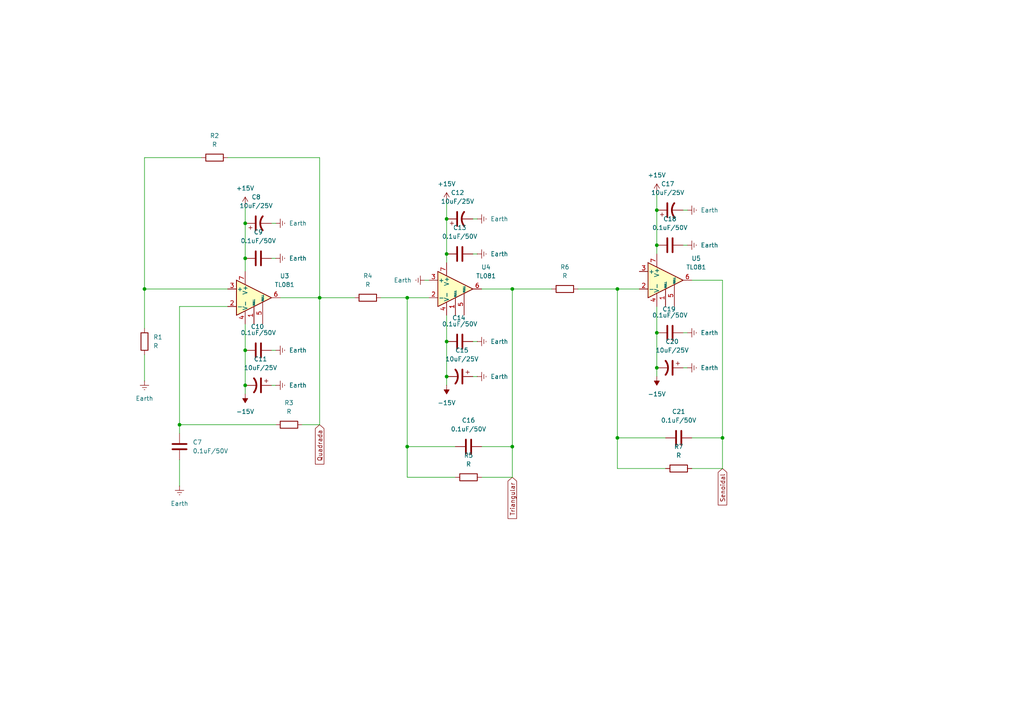
<source format=kicad_sch>
(kicad_sch (version 20231120) (generator "eeschema") (generator_version "8.0")
  (paper "A4")
  (lib_symbols
    (symbol "Amplifier_Operational:TL081" (pin_names (offset 0.127))
      (property "Reference" "U" (at 0 6.35 0))
      (property "Value" "TL081" (at 0 3.81 0))
      (symbol "TL081_0_1"
        (polyline (pts (xy -5.08 5.08) (xy 5.08 0) (xy -5.08 -5.08) (xy -5.08 5.08)) (stroke (width 0.254)) (fill (type background)))
      )
      (symbol "TL081_1_1"
        (pin input line (at 0 -7.62 90) (length 5.08) (name "NULL") (number "1"))
        (pin input line (at -7.62 -2.54 0) (length 2.54) (name "-") (number "2"))
        (pin input line (at -7.62 2.54 0) (length 2.54) (name "+") (number "3"))
        (pin power_in line (at -2.54 -7.62 90) (length 3.81) (name "V-") (number "4"))
        (pin input line (at 2.54 -7.62 90) (length 6.35) (name "NULL") (number "5"))
        (pin output line (at 7.62 0 180) (length 2.54) (name "~") (number "6"))
        (pin power_in line (at -2.54 7.62 270) (length 3.81) (name "V+") (number "7"))
        (pin no_connect line (at 0 2.54 270) (length 2.54) hide (name "NC") (number "8"))
      )
    )
    (symbol "Device:C" (pin_numbers hide) (pin_names (offset 0.254))
      (property "Reference" "C" (at 0.635 2.54 0))
      (property "Value" "C" (at 0.635 -2.54 0))
      (symbol "C_0_1"
        (polyline (pts (xy -2.032 -0.762) (xy 2.032 -0.762)) (stroke (width 0.508)))
        (polyline (pts (xy -2.032 0.762) (xy 2.032 0.762)) (stroke (width 0.508)))
      )
      (symbol "C_1_1"
        (pin passive line (at 0 3.81 270) (length 2.794) (name "~") (number "1"))
        (pin passive line (at 0 -3.81 90) (length 2.794) (name "~") (number "2"))
      )
    )
    (symbol "Device:C_Polarized_US" (pin_numbers hide) (pin_names (offset 0.254) hide)
      (property "Reference" "C" (at 0.635 2.54 0))
      (property "Value" "C_Polarized_US" (at 0.635 -2.54 0))
      (symbol "C_Polarized_US_0_1"
        (polyline (pts (xy -2.032 0.762) (xy 2.032 0.762)) (stroke (width 0.508)))
        (polyline (pts (xy -1.778 2.286) (xy -0.762 2.286)))
        (polyline (pts (xy -1.27 1.778) (xy -1.27 2.794)))
        (arc (start 2.032 -1.27) (mid 0 -0.5572) (end -2.032 -1.27) (stroke (width 0.508)))
      )
      (symbol "C_Polarized_US_1_1"
        (pin passive line (at 0 3.81 270) (length 2.794) (name "~") (number "1"))
        (pin passive line (at 0 -3.81 90) (length 3.302) (name "~") (number "2"))
      )
    )
    (symbol "Device:R" (pin_numbers hide) (pin_names (offset 0))
      (property "Reference" "R" (at 2.032 0 90))
      (property "Value" "R" (at 0 0 90))
      (symbol "R_0_1"
        (rectangle (start -1.016 -2.54) (end 1.016 2.54) (stroke (width 0.254)))
      )
      (symbol "R_1_1"
        (pin passive line (at 0 3.81 270) (length 1.27) (name "~") (number "1"))
        (pin passive line (at 0 -3.81 90) (length 1.27) (name "~") (number "2"))
      )
    )
    (symbol "power:+15V" (power) (pin_numbers hide) (pin_names (offset 0) hide)
      (property "Value" "+15V" (at 0 3.556 0))
      (symbol "+15V_0_1"
        (polyline (pts (xy -0.762 1.27) (xy 0 2.54)))
        (polyline (pts (xy 0 0) (xy 0 2.54)))
        (polyline (pts (xy 0 2.54) (xy 0.762 1.27)))
      )
      (symbol "+15V_1_1"
        (pin power_in line (at 0 0 90) (length 0) (name "~") (number "1"))
      )
    )
    (symbol "power:-15V" (power) (pin_numbers hide) (pin_names (offset 0) hide)
      (property "Value" "-15V" (at 0 3.556 0))
      (symbol "-15V_0_0"
        (pin power_in line (at 0 0 90) (length 0) (name "~") (number "1"))
      )
      (symbol "-15V_0_1"
        (polyline (pts (xy 0 0) (xy 0 1.27) (xy 0.762 1.27) (xy 0 2.54) (xy -0.762 1.27) (xy 0 1.27)) (fill (type outline)))
      )
    )
    (symbol "power:Earth" (power) (pin_numbers hide) (pin_names (offset 0) hide)
      (property "Value" "Earth" (at 0 -3.81 0))
      (symbol "Earth_0_1"
        (polyline (pts (xy -0.635 -1.905) (xy 0.635 -1.905)))
        (polyline (pts (xy -0.127 -2.54) (xy 0.127 -2.54)))
        (polyline (pts (xy 0 -1.27) (xy 0 0)))
        (polyline (pts (xy 1.27 -1.27) (xy -1.27 -1.27)))
      )
      (symbol "Earth_1_1"
        (pin power_in line (at 0 0 270) (length 0) (name "~") (number "1"))
      )
    )
  )
  (junction (at 148.59 129.54))
  (junction (at 71.12 111.76))
  (junction (at 71.12 74.93))
  (junction (at 179.07 127))
  (junction (at 71.12 101.6))
  (junction (at 190.5 71.12))
  (junction (at 179.07 83.82))
  (junction (at 190.5 106.68))
  (junction (at 148.59 83.82))
  (junction (at 129.54 73.66))
  (junction (at 41.91 83.82))
  (junction (at 118.11 129.54))
  (junction (at 118.11 86.36))
  (junction (at 129.54 99.06))
  (junction (at 52.07 123.19))
  (junction (at 129.54 63.5))
  (junction (at 209.55 127))
  (junction (at 92.71 86.36))
  (junction (at 129.54 109.22))
  (junction (at 190.5 60.96))
  (junction (at 71.12 64.77))
  (junction (at 190.5 96.52))
  (wire (pts (xy 52.07 88.9) (xy 66.04 88.9)))
  (wire (pts (xy 132.08 129.54) (xy 118.11 129.54)))
  (wire (pts (xy 209.55 135.89) (xy 209.55 127)))
  (wire (pts (xy 71.12 74.93) (xy 71.12 78.74)))
  (wire (pts (xy 110.49 86.36) (xy 118.11 86.36)))
  (wire (pts (xy 148.59 83.82) (xy 160.02 83.82)))
  (wire (pts (xy 193.04 127) (xy 179.07 127)))
  (wire (pts (xy 71.12 64.77) (xy 71.12 74.93)))
  (wire (pts (xy 71.12 59.69) (xy 71.12 64.77)))
  (wire (pts (xy 87.63 123.19) (xy 92.71 123.19)))
  (wire (pts (xy 179.07 127) (xy 179.07 83.82)))
  (wire (pts (xy 52.07 123.19) (xy 80.01 123.19)))
  (wire (pts (xy 209.55 127) (xy 209.55 81.28)))
  (wire (pts (xy 92.71 123.19) (xy 92.71 86.36)))
  (wire (pts (xy 58.42 45.72) (xy 41.91 45.72)))
  (wire (pts (xy 179.07 83.82) (xy 185.42 83.82)))
  (wire (pts (xy 78.74 101.6) (xy 80.01 101.6)))
  (wire (pts (xy 41.91 83.82) (xy 66.04 83.82)))
  (wire (pts (xy 129.54 63.5) (xy 129.54 73.66)))
  (wire (pts (xy 78.74 64.77) (xy 80.01 64.77)))
  (wire (pts (xy 137.16 73.66) (xy 138.43 73.66)))
  (wire (pts (xy 179.07 127) (xy 179.07 135.89)))
  (wire (pts (xy 190.5 55.88) (xy 190.5 60.96)))
  (wire (pts (xy 81.28 86.36) (xy 92.71 86.36)))
  (wire (pts (xy 123.19 81.28) (xy 124.46 81.28)))
  (wire (pts (xy 137.16 99.06) (xy 138.43 99.06)))
  (wire (pts (xy 190.5 88.9) (xy 190.5 96.52)))
  (wire (pts (xy 41.91 95.25) (xy 41.91 83.82)))
  (wire (pts (xy 92.71 86.36) (xy 102.87 86.36)))
  (wire (pts (xy 139.7 129.54) (xy 148.59 129.54)))
  (wire (pts (xy 139.7 83.82) (xy 148.59 83.82)))
  (wire (pts (xy 139.7 138.43) (xy 148.59 138.43)))
  (wire (pts (xy 52.07 88.9) (xy 52.07 123.19)))
  (wire (pts (xy 71.12 111.76) (xy 71.12 114.3)))
  (wire (pts (xy 129.54 58.42) (xy 129.54 63.5)))
  (wire (pts (xy 52.07 133.35) (xy 52.07 140.97)))
  (wire (pts (xy 118.11 129.54) (xy 118.11 86.36)))
  (wire (pts (xy 129.54 109.22) (xy 129.54 111.76)))
  (wire (pts (xy 92.71 45.72) (xy 92.71 86.36)))
  (wire (pts (xy 118.11 129.54) (xy 118.11 138.43)))
  (wire (pts (xy 198.12 60.96) (xy 199.39 60.96)))
  (wire (pts (xy 190.5 96.52) (xy 190.5 106.68)))
  (wire (pts (xy 52.07 123.19) (xy 52.07 125.73)))
  (wire (pts (xy 118.11 138.43) (xy 132.08 138.43)))
  (wire (pts (xy 137.16 109.22) (xy 138.43 109.22)))
  (wire (pts (xy 66.04 45.72) (xy 92.71 45.72)))
  (wire (pts (xy 71.12 93.98) (xy 71.12 101.6)))
  (wire (pts (xy 137.16 63.5) (xy 138.43 63.5)))
  (wire (pts (xy 198.12 96.52) (xy 199.39 96.52)))
  (wire (pts (xy 41.91 45.72) (xy 41.91 83.82)))
  (wire (pts (xy 198.12 71.12) (xy 199.39 71.12)))
  (wire (pts (xy 167.64 83.82) (xy 179.07 83.82)))
  (wire (pts (xy 190.5 71.12) (xy 190.5 73.66)))
  (wire (pts (xy 129.54 73.66) (xy 129.54 76.2)))
  (wire (pts (xy 200.66 135.89) (xy 209.55 135.89)))
  (wire (pts (xy 78.74 74.93) (xy 80.01 74.93)))
  (wire (pts (xy 78.74 111.76) (xy 80.01 111.76)))
  (wire (pts (xy 148.59 129.54) (xy 148.59 83.82)))
  (wire (pts (xy 200.66 127) (xy 209.55 127)))
  (wire (pts (xy 190.5 106.68) (xy 190.5 109.22)))
  (wire (pts (xy 148.59 138.43) (xy 148.59 129.54)))
  (wire (pts (xy 41.91 102.87) (xy 41.91 110.49)))
  (wire (pts (xy 71.12 101.6) (xy 71.12 111.76)))
  (wire (pts (xy 118.11 86.36) (xy 124.46 86.36)))
  (wire (pts (xy 129.54 91.44) (xy 129.54 99.06)))
  (wire (pts (xy 198.12 106.68) (xy 199.39 106.68)))
  (wire (pts (xy 190.5 60.96) (xy 190.5 71.12)))
  (wire (pts (xy 129.54 99.06) (xy 129.54 109.22)))
  (wire (pts (xy 179.07 135.89) (xy 193.04 135.89)))
  (wire (pts (xy 200.66 81.28) (xy 209.55 81.28)))
  (global_label "Triangular" (shape input) (at 148.59 138.43 270) (property "Intersheetrefs" "${INTERSHEET_REFS}" (effects (hide yes))))
  (global_label "Quadrada" (shape input) (at 92.71 123.19 270) (property "Intersheetrefs" "${INTERSHEET_REFS}" (effects (hide yes))))
  (global_label "Senoidal" (shape input) (at 209.55 135.89 270) (property "Intersheetrefs" "${INTERSHEET_REFS}" (effects (hide yes))))
  (symbol (lib_id "power:Earth") (at 80.01 74.93 90) (unit 1)
    (property "Reference" "#PWR013" (effects (hide yes)))
    (property "Value" "Earth" (at 83.82 74.9299 90) (effects (justify right)))
    (property "Description" "Power symbol creates a global label with name \"Earth\"" (effects (hide yes)))
  )
  (symbol (lib_id "power:Earth") (at 138.43 63.5 90) (unit 1)
    (property "Reference" "#PWR019" (effects (hide yes)))
    (property "Value" "Earth" (at 142.24 63.4999 90) (effects (justify right)))
    (property "Description" "Power symbol creates a global label with name \"Earth\"" (effects (hide yes)))
  )
  (symbol (lib_id "Device:C_Polarized_US") (at 74.93 111.76 270) (unit 1)
    (property "Reference" "C11" (at 75.565 104.14 90))
    (property "Value" "10uF/25V" (at 75.565 106.68 90))
    (property "Footprint" "Capacitor_THT:CP_Radial_D4.0mm_P2.00mm" (effects (hide yes)))
    (property "Description" "Polarized capacitor, US symbol" (effects (hide yes)))
  )
  (symbol (lib_id "power:Earth") (at 199.39 96.52 90) (unit 1)
    (property "Reference" "#PWR027" (effects (hide yes)))
    (property "Value" "Earth" (at 203.2 96.5199 90) (effects (justify right)))
    (property "Description" "Power symbol creates a global label with name \"Earth\"" (effects (hide yes)))
  )
  (symbol (lib_id "Device:C_Polarized_US") (at 133.35 63.5 90) (unit 1)
    (property "Reference" "C12" (at 132.715 55.88 90))
    (property "Value" "10uF/25V" (at 132.715 58.42 90))
    (property "Footprint" "Capacitor_THT:CP_Radial_D4.0mm_P2.00mm" (effects (hide yes)))
    (property "Description" "Polarized capacitor, US symbol" (effects (hide yes)))
  )
  (symbol (lib_id "Device:C") (at 52.07 129.54 0) (unit 1)
    (property "Reference" "C7" (at 55.88 128.2699 0) (effects (justify left)))
    (property "Value" "0.1uF/50V" (at 55.88 130.8099 0) (effects (justify left)))
    (property "Footprint" "Capacitor_THT:C_Disc_D3.8mm_W2.6mm_P2.50mm" (effects (hide yes)))
    (property "Description" "Unpolarized capacitor" (effects (hide yes)))
  )
  (symbol (lib_id "Device:R") (at 196.85 135.89 90) (unit 1)
    (property "Reference" "R7" (at 196.85 129.54 90))
    (property "Value" "R" (at 196.85 132.08 90))
    (property "Footprint" "Resistor_THT:R_Axial_DIN0207_L6.3mm_D2.5mm_P2.54mm_Vertical" (effects (hide yes)))
    (property "Description" "Resistor" (effects (hide yes)))
  )
  (symbol (lib_id "Device:C_Polarized_US") (at 74.93 64.77 90) (unit 1)
    (property "Reference" "C8" (at 74.295 57.15 90))
    (property "Value" "10uF/25V" (at 74.295 59.69 90))
    (property "Footprint" "Capacitor_THT:CP_Radial_D4.0mm_P2.00mm" (effects (hide yes)))
    (property "Description" "Polarized capacitor, US symbol" (effects (hide yes)))
  )
  (symbol (lib_id "Device:C") (at 74.93 101.6 90) (unit 1)
    (property "Reference" "C10" (at 74.676 94.742 90))
    (property "Value" "0.1uF/50V" (at 74.93 96.52 90))
    (property "Footprint" "Capacitor_THT:C_Disc_D3.8mm_W2.6mm_P2.50mm" (effects (hide yes)))
    (property "Description" "Unpolarized capacitor" (effects (hide yes)))
  )
  (symbol (lib_id "power:Earth") (at 52.07 140.97 0) (unit 1)
    (property "Reference" "#PWR09" (effects (hide yes)))
    (property "Value" "Earth" (at 52.07 146.05 0))
    (property "Description" "Power symbol creates a global label with name \"Earth\"" (effects (hide yes)))
  )
  (symbol (lib_id "Device:R") (at 163.83 83.82 90) (unit 1)
    (property "Reference" "R6" (at 163.83 77.47 90))
    (property "Value" "R" (at 163.83 80.01 90))
    (property "Footprint" "Resistor_THT:R_Axial_DIN0207_L6.3mm_D2.5mm_P2.54mm_Vertical" (effects (hide yes)))
    (property "Description" "Resistor" (effects (hide yes)))
  )
  (symbol (lib_id "Amplifier_Operational:TL081") (at 73.66 86.36 0) (unit 1)
    (property "Reference" "U3" (at 82.55 80.0414 0))
    (property "Value" "TL081" (at 82.55 82.5814 0))
    (property "Footprint" "Package_DIP:DIP-8_W7.62mm_LongPads" (effects (hide yes)))
    (property "Datasheet" "http://www.ti.com/lit/ds/symlink/tl081.pdf" (effects (hide yes)))
    (property "Description" "Single JFET-Input Operational Amplifiers, DIP-8/SOIC-8" (effects (hide yes)))
  )
  (symbol (lib_id "power:-15V") (at 71.12 114.3 180) (unit 1)
    (property "Reference" "#PWR011" (effects (hide yes)))
    (property "Value" "-15V" (at 71.12 119.38 0))
    (property "Description" "Power symbol creates a global label with name \"-15V\"" (effects (hide yes)))
  )
  (symbol (lib_id "power:Earth") (at 80.01 101.6 90) (unit 1)
    (property "Reference" "#PWR014" (effects (hide yes)))
    (property "Value" "Earth" (at 83.82 101.5999 90) (effects (justify right)))
    (property "Description" "Power symbol creates a global label with name \"Earth\"" (effects (hide yes)))
  )
  (symbol (lib_id "Device:C") (at 133.35 73.66 90) (unit 1)
    (property "Reference" "C13" (at 133.35 66.04 90))
    (property "Value" "0.1uF/50V" (at 133.35 68.58 90))
    (property "Footprint" "Capacitor_THT:C_Disc_D3.8mm_W2.6mm_P2.50mm" (effects (hide yes)))
    (property "Description" "Unpolarized capacitor" (effects (hide yes)))
  )
  (symbol (lib_id "Device:R") (at 83.82 123.19 90) (unit 1)
    (property "Reference" "R3" (at 83.82 116.84 90))
    (property "Value" "R" (at 83.82 119.38 90))
    (property "Footprint" "Resistor_THT:R_Axial_DIN0207_L6.3mm_D2.5mm_P2.54mm_Vertical" (effects (hide yes)))
    (property "Description" "Resistor" (effects (hide yes)))
  )
  (symbol (lib_id "Device:C") (at 135.89 129.54 90) (unit 1)
    (property "Reference" "C16" (at 135.89 121.92 90))
    (property "Value" "0.1uF/50V" (at 135.89 124.46 90))
    (property "Footprint" "Capacitor_THT:C_Disc_D3.8mm_W2.6mm_P2.50mm" (effects (hide yes)))
    (property "Description" "Unpolarized capacitor" (effects (hide yes)))
  )
  (symbol (lib_id "power:Earth") (at 80.01 64.77 90) (unit 1)
    (property "Reference" "#PWR012" (effects (hide yes)))
    (property "Value" "Earth" (at 83.82 64.7699 90) (effects (justify right)))
    (property "Description" "Power symbol creates a global label with name \"Earth\"" (effects (hide yes)))
  )
  (symbol (lib_id "power:+15V") (at 71.12 59.69 0) (unit 1)
    (property "Reference" "#PWR010" (effects (hide yes)))
    (property "Value" "+15V" (at 71.12 54.61 0))
    (property "Description" "Power symbol creates a global label with name \"+15V\"" (effects (hide yes)))
  )
  (symbol (lib_id "power:Earth") (at 41.91 110.49 0) (unit 1)
    (property "Reference" "#PWR08" (effects (hide yes)))
    (property "Value" "Earth" (at 41.91 115.57 0))
    (property "Description" "Power symbol creates a global label with name \"Earth\"" (effects (hide yes)))
  )
  (symbol (lib_id "Device:R") (at 106.68 86.36 90) (unit 1)
    (property "Reference" "R4" (at 106.68 80.01 90))
    (property "Value" "R" (at 106.68 82.55 90))
    (property "Footprint" "Resistor_THT:R_Axial_DIN0207_L6.3mm_D2.5mm_P2.54mm_Vertical" (effects (hide yes)))
    (property "Description" "Resistor" (effects (hide yes)))
  )
  (symbol (lib_id "power:Earth") (at 138.43 109.22 90) (unit 1)
    (property "Reference" "#PWR022" (effects (hide yes)))
    (property "Value" "Earth" (at 142.24 109.2199 90) (effects (justify right)))
    (property "Description" "Power symbol creates a global label with name \"Earth\"" (effects (hide yes)))
  )
  (symbol (lib_id "power:Earth") (at 199.39 106.68 90) (unit 1)
    (property "Reference" "#PWR028" (effects (hide yes)))
    (property "Value" "Earth" (at 203.2 106.6799 90) (effects (justify right)))
    (property "Description" "Power symbol creates a global label with name \"Earth\"" (effects (hide yes)))
  )
  (symbol (lib_id "Device:C") (at 74.93 74.93 90) (unit 1)
    (property "Reference" "C9" (at 74.93 67.31 90))
    (property "Value" "0.1uF/50V" (at 74.93 69.85 90))
    (property "Footprint" "Capacitor_THT:C_Disc_D3.8mm_W2.6mm_P2.50mm" (effects (hide yes)))
    (property "Description" "Unpolarized capacitor" (effects (hide yes)))
  )
  (symbol (lib_id "Device:C") (at 133.35 99.06 90) (unit 1)
    (property "Reference" "C14" (at 133.096 92.202 90))
    (property "Value" "0.1uF/50V" (at 133.35 93.98 90))
    (property "Footprint" "Capacitor_THT:C_Disc_D3.8mm_W2.6mm_P2.50mm" (effects (hide yes)))
    (property "Description" "Unpolarized capacitor" (effects (hide yes)))
  )
  (symbol (lib_id "power:Earth") (at 199.39 71.12 90) (unit 1)
    (property "Reference" "#PWR026" (effects (hide yes)))
    (property "Value" "Earth" (at 203.2 71.1199 90) (effects (justify right)))
    (property "Description" "Power symbol creates a global label with name \"Earth\"" (effects (hide yes)))
  )
  (symbol (lib_id "Device:R") (at 62.23 45.72 90) (unit 1)
    (property "Reference" "R2" (at 62.23 39.37 90))
    (property "Value" "R" (at 62.23 41.91 90))
    (property "Footprint" "Resistor_THT:R_Axial_DIN0207_L6.3mm_D2.5mm_P2.54mm_Vertical" (effects (hide yes)))
    (property "Description" "Resistor" (effects (hide yes)))
  )
  (symbol (lib_id "Amplifier_Operational:TL081") (at 193.04 81.28 0) (unit 1)
    (property "Reference" "U5" (at 201.93 74.9614 0))
    (property "Value" "TL081" (at 201.93 77.5014 0))
    (property "Footprint" "Package_DIP:DIP-8_W7.62mm_LongPads" (effects (hide yes)))
    (property "Datasheet" "http://www.ti.com/lit/ds/symlink/tl081.pdf" (effects (hide yes)))
    (property "Description" "Single JFET-Input Operational Amplifiers, DIP-8/SOIC-8" (effects (hide yes)))
  )
  (symbol (lib_id "power:+15V") (at 129.54 58.42 0) (unit 1)
    (property "Reference" "#PWR017" (effects (hide yes)))
    (property "Value" "+15V" (at 129.54 53.34 0))
    (property "Description" "Power symbol creates a global label with name \"+15V\"" (effects (hide yes)))
  )
  (symbol (lib_id "Device:R") (at 135.89 138.43 90) (unit 1)
    (property "Reference" "R5" (at 135.89 132.08 90))
    (property "Value" "R" (at 135.89 134.62 90))
    (property "Footprint" "Resistor_THT:R_Axial_DIN0207_L6.3mm_D2.5mm_P2.54mm_Vertical" (effects (hide yes)))
    (property "Description" "Resistor" (effects (hide yes)))
  )
  (symbol (lib_id "power:-15V") (at 129.54 111.76 180) (unit 1)
    (property "Reference" "#PWR018" (effects (hide yes)))
    (property "Value" "-15V" (at 129.54 116.84 0))
    (property "Description" "Power symbol creates a global label with name \"-15V\"" (effects (hide yes)))
  )
  (symbol (lib_id "Device:C_Polarized_US") (at 194.31 60.96 90) (unit 1)
    (property "Reference" "C17" (at 193.675 53.34 90))
    (property "Value" "10uF/25V" (at 193.675 55.88 90))
    (property "Footprint" "Capacitor_THT:CP_Radial_D4.0mm_P2.00mm" (effects (hide yes)))
    (property "Description" "Polarized capacitor, US symbol" (effects (hide yes)))
  )
  (symbol (lib_id "Device:C") (at 196.85 127 90) (unit 1)
    (property "Reference" "C21" (at 196.85 119.38 90))
    (property "Value" "0.1uF/50V" (at 196.85 121.92 90))
    (property "Footprint" "Capacitor_THT:C_Disc_D3.8mm_W2.6mm_P2.50mm" (effects (hide yes)))
    (property "Description" "Unpolarized capacitor" (effects (hide yes)))
  )
  (symbol (lib_id "power:Earth") (at 123.19 81.28 270) (unit 1)
    (property "Reference" "#PWR016" (effects (hide yes)))
    (property "Value" "Earth" (at 119.38 81.2799 90) (effects (justify right)))
    (property "Description" "Power symbol creates a global label with name \"Earth\"" (effects (hide yes)))
  )
  (symbol (lib_id "power:+15V") (at 190.5 55.88 0) (unit 1)
    (property "Reference" "#PWR023" (effects (hide yes)))
    (property "Value" "+15V" (at 190.5 50.8 0))
    (property "Description" "Power symbol creates a global label with name \"+15V\"" (effects (hide yes)))
  )
  (symbol (lib_id "Device:R") (at 41.91 99.06 0) (unit 1)
    (property "Reference" "R1" (at 44.45 97.7899 0) (effects (justify left)))
    (property "Value" "R" (at 44.45 100.3299 0) (effects (justify left)))
    (property "Footprint" "Resistor_THT:R_Axial_DIN0207_L6.3mm_D2.5mm_P2.54mm_Vertical" (effects (hide yes)))
    (property "Description" "Resistor" (effects (hide yes)))
  )
  (symbol (lib_id "Amplifier_Operational:TL081") (at 132.08 83.82 0) (unit 1)
    (property "Reference" "U4" (at 140.97 77.5014 0))
    (property "Value" "TL081" (at 140.97 80.0414 0))
    (property "Footprint" "Package_DIP:DIP-8_W7.62mm_LongPads" (effects (hide yes)))
    (property "Datasheet" "http://www.ti.com/lit/ds/symlink/tl081.pdf" (effects (hide yes)))
    (property "Description" "Single JFET-Input Operational Amplifiers, DIP-8/SOIC-8" (effects (hide yes)))
  )
  (symbol (lib_id "power:Earth") (at 80.01 111.76 90) (unit 1)
    (property "Reference" "#PWR015" (effects (hide yes)))
    (property "Value" "Earth" (at 83.82 111.7599 90) (effects (justify right)))
    (property "Description" "Power symbol creates a global label with name \"Earth\"" (effects (hide yes)))
  )
  (symbol (lib_id "power:-15V") (at 190.5 109.22 180) (unit 1)
    (property "Reference" "#PWR024" (effects (hide yes)))
    (property "Value" "-15V" (at 190.5 114.3 0))
    (property "Description" "Power symbol creates a global label with name \"-15V\"" (effects (hide yes)))
  )
  (symbol (lib_id "power:Earth") (at 138.43 99.06 90) (unit 1)
    (property "Reference" "#PWR021" (effects (hide yes)))
    (property "Value" "Earth" (at 142.24 99.0599 90) (effects (justify right)))
    (property "Description" "Power symbol creates a global label with name \"Earth\"" (effects (hide yes)))
  )
  (symbol (lib_id "power:Earth") (at 199.39 60.96 90) (unit 1)
    (property "Reference" "#PWR025" (effects (hide yes)))
    (property "Value" "Earth" (at 203.2 60.9599 90) (effects (justify right)))
    (property "Description" "Power symbol creates a global label with name \"Earth\"" (effects (hide yes)))
  )
  (symbol (lib_id "Device:C_Polarized_US") (at 194.31 106.68 270) (unit 1)
    (property "Reference" "C20" (at 194.945 99.06 90))
    (property "Value" "10uF/25V" (at 194.945 101.6 90))
    (property "Footprint" "Capacitor_THT:CP_Radial_D4.0mm_P2.00mm" (effects (hide yes)))
    (property "Description" "Polarized capacitor, US symbol" (effects (hide yes)))
  )
  (symbol (lib_id "power:Earth") (at 138.43 73.66 90) (unit 1)
    (property "Reference" "#PWR020" (effects (hide yes)))
    (property "Value" "Earth" (at 142.24 73.6599 90) (effects (justify right)))
    (property "Description" "Power symbol creates a global label with name \"Earth\"" (effects (hide yes)))
  )
  (symbol (lib_id "Device:C_Polarized_US") (at 133.35 109.22 270) (unit 1)
    (property "Reference" "C15" (at 133.985 101.6 90))
    (property "Value" "10uF/25V" (at 133.985 104.14 90))
    (property "Footprint" "Capacitor_THT:CP_Radial_D4.0mm_P2.00mm" (effects (hide yes)))
    (property "Description" "Polarized capacitor, US symbol" (effects (hide yes)))
  )
  (symbol (lib_id "Device:C") (at 194.31 71.12 90) (unit 1)
    (property "Reference" "C18" (at 194.31 63.5 90))
    (property "Value" "0.1uF/50V" (at 194.31 66.04 90))
    (property "Footprint" "Capacitor_THT:C_Disc_D3.8mm_W2.6mm_P2.50mm" (effects (hide yes)))
    (property "Description" "Unpolarized capacitor" (effects (hide yes)))
  )
  (symbol (lib_id "Device:C") (at 194.31 96.52 90) (unit 1)
    (property "Reference" "C19" (at 194.056 89.662 90))
    (property "Value" "0.1uF/50V" (at 194.31 91.44 90))
    (property "Footprint" "Capacitor_THT:C_Disc_D3.8mm_W2.6mm_P2.50mm" (effects (hide yes)))
    (property "Description" "Unpolarized capacitor" (effects (hide yes)))
  )
)
</source>
